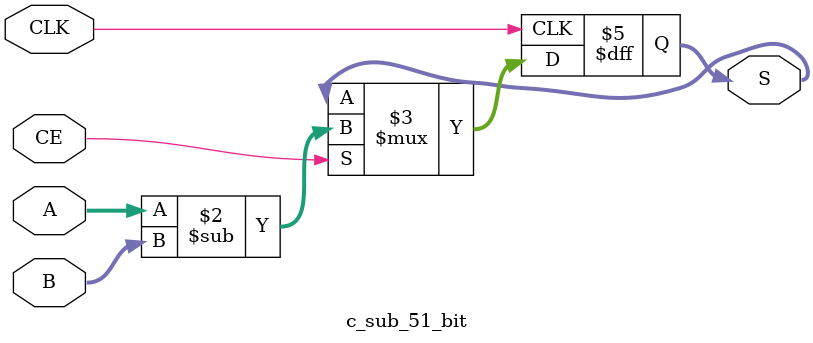
<source format=v>
module mult_gen_49_bit(input CLK, input [48:0] A, output reg [72:0] P);
    always @ (posedge CLK)
        P <= A;
endmodule

// Dummy 27-bit multiplier
module mult_gen_27_bit(input CLK, input [26:0] A, output reg [49:0] P);
    always @ (posedge CLK)
        P <= A;
endmodule

// Dummy subtractor
module c_sub_51_bit(input [50:0] A, input [50:0] B, input CLK, input CE, output reg [50:0] S);
    always @ (posedge CLK)
        if (CE)
            S <= A - B;
endmodule

</source>
